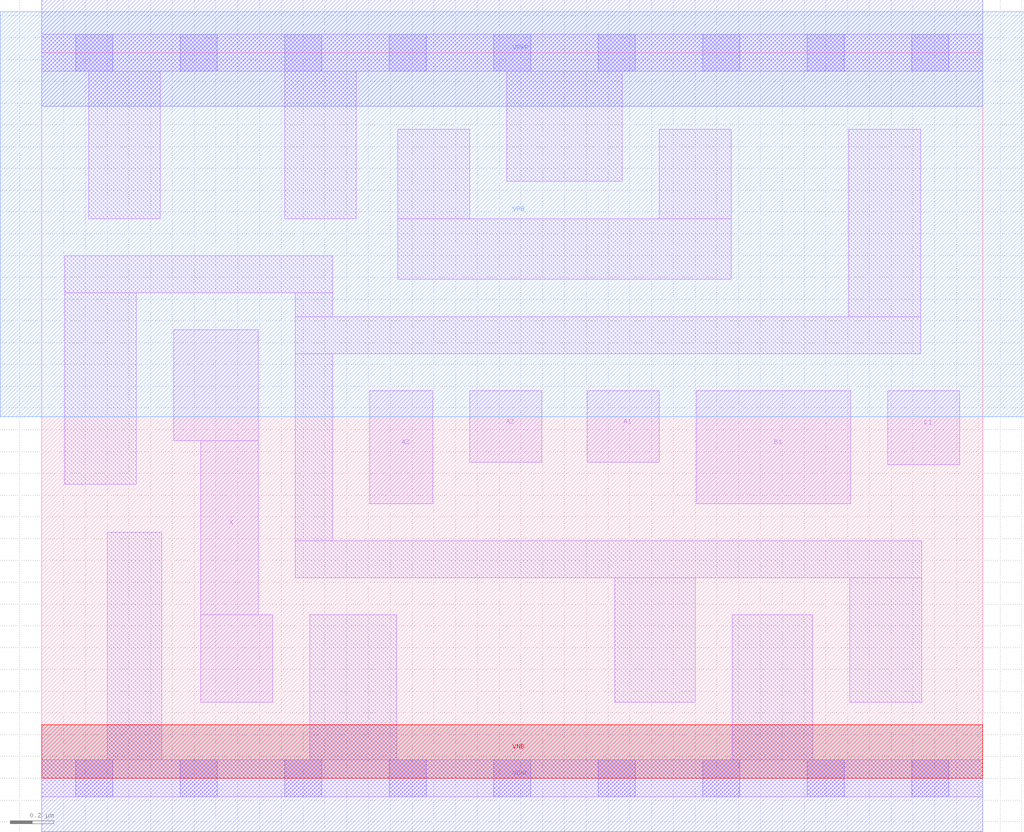
<source format=lef>
# Copyright 2020 The SkyWater PDK Authors
#
# Licensed under the Apache License, Version 2.0 (the "License");
# you may not use this file except in compliance with the License.
# You may obtain a copy of the License at
#
#     https://www.apache.org/licenses/LICENSE-2.0
#
# Unless required by applicable law or agreed to in writing, software
# distributed under the License is distributed on an "AS IS" BASIS,
# WITHOUT WARRANTIES OR CONDITIONS OF ANY KIND, either express or implied.
# See the License for the specific language governing permissions and
# limitations under the License.
#
# SPDX-License-Identifier: Apache-2.0

VERSION 5.7 ;
  NOWIREEXTENSIONATPIN ON ;
  DIVIDERCHAR "/" ;
  BUSBITCHARS "[]" ;
MACRO sky130_fd_sc_ls__a311o_2
  CLASS CORE ;
  FOREIGN sky130_fd_sc_ls__a311o_2 ;
  ORIGIN  0.000000  0.000000 ;
  SIZE  4.320000 BY  3.330000 ;
  SYMMETRY X Y ;
  SITE unit ;
  PIN A1
    ANTENNAGATEAREA  0.261000 ;
    DIRECTION INPUT ;
    USE SIGNAL ;
    PORT
      LAYER li1 ;
        RECT 2.505000 1.450000 2.835000 1.780000 ;
    END
  END A1
  PIN A2
    ANTENNAGATEAREA  0.261000 ;
    DIRECTION INPUT ;
    USE SIGNAL ;
    PORT
      LAYER li1 ;
        RECT 1.965000 1.450000 2.295000 1.780000 ;
    END
  END A2
  PIN A3
    ANTENNAGATEAREA  0.261000 ;
    DIRECTION INPUT ;
    USE SIGNAL ;
    PORT
      LAYER li1 ;
        RECT 1.505000 1.260000 1.795000 1.780000 ;
    END
  END A3
  PIN B1
    ANTENNAGATEAREA  0.261000 ;
    DIRECTION INPUT ;
    USE SIGNAL ;
    PORT
      LAYER li1 ;
        RECT 3.005000 1.260000 3.715000 1.780000 ;
    END
  END B1
  PIN C1
    ANTENNAGATEAREA  0.261000 ;
    DIRECTION INPUT ;
    USE SIGNAL ;
    PORT
      LAYER li1 ;
        RECT 3.885000 1.440000 4.215000 1.780000 ;
    END
  END C1
  PIN X
    ANTENNADIFFAREA  0.543200 ;
    DIRECTION OUTPUT ;
    USE SIGNAL ;
    PORT
      LAYER li1 ;
        RECT 0.605000 1.550000 0.995000 2.060000 ;
        RECT 0.730000 0.350000 1.060000 0.750000 ;
        RECT 0.730000 0.750000 0.995000 1.550000 ;
    END
  END X
  PIN VGND
    DIRECTION INOUT ;
    SHAPE ABUTMENT ;
    USE GROUND ;
    PORT
      LAYER met1 ;
        RECT 0.000000 -0.245000 4.320000 0.245000 ;
    END
  END VGND
  PIN VNB
    DIRECTION INOUT ;
    USE GROUND ;
    PORT
      LAYER pwell ;
        RECT 0.000000 0.000000 4.320000 0.245000 ;
    END
  END VNB
  PIN VPB
    DIRECTION INOUT ;
    USE POWER ;
    PORT
      LAYER nwell ;
        RECT -0.190000 1.660000 4.510000 3.520000 ;
    END
  END VPB
  PIN VPWR
    DIRECTION INOUT ;
    SHAPE ABUTMENT ;
    USE POWER ;
    PORT
      LAYER met1 ;
        RECT 0.000000 3.085000 4.320000 3.575000 ;
    END
  END VPWR
  OBS
    LAYER li1 ;
      RECT 0.000000 -0.085000 4.320000 0.085000 ;
      RECT 0.000000  3.245000 4.320000 3.415000 ;
      RECT 0.105000  1.350000 0.435000 2.230000 ;
      RECT 0.105000  2.230000 1.335000 2.400000 ;
      RECT 0.215000  2.570000 0.545000 3.245000 ;
      RECT 0.300000  0.085000 0.550000 1.130000 ;
      RECT 1.115000  2.570000 1.445000 3.245000 ;
      RECT 1.165000  0.920000 4.040000 1.090000 ;
      RECT 1.165000  1.090000 1.335000 1.950000 ;
      RECT 1.165000  1.950000 4.035000 2.120000 ;
      RECT 1.165000  2.120000 1.335000 2.230000 ;
      RECT 1.230000  0.085000 1.630000 0.750000 ;
      RECT 1.635000  2.290000 3.165000 2.570000 ;
      RECT 1.635000  2.570000 1.965000 2.980000 ;
      RECT 2.135000  2.740000 2.665000 3.245000 ;
      RECT 2.630000  0.350000 3.000000 0.920000 ;
      RECT 2.835000  2.570000 3.165000 2.980000 ;
      RECT 3.170000  0.085000 3.540000 0.750000 ;
      RECT 3.705000  2.120000 4.035000 2.980000 ;
      RECT 3.710000  0.350000 4.040000 0.920000 ;
    LAYER mcon ;
      RECT 0.155000 -0.085000 0.325000 0.085000 ;
      RECT 0.155000  3.245000 0.325000 3.415000 ;
      RECT 0.635000 -0.085000 0.805000 0.085000 ;
      RECT 0.635000  3.245000 0.805000 3.415000 ;
      RECT 1.115000 -0.085000 1.285000 0.085000 ;
      RECT 1.115000  3.245000 1.285000 3.415000 ;
      RECT 1.595000 -0.085000 1.765000 0.085000 ;
      RECT 1.595000  3.245000 1.765000 3.415000 ;
      RECT 2.075000 -0.085000 2.245000 0.085000 ;
      RECT 2.075000  3.245000 2.245000 3.415000 ;
      RECT 2.555000 -0.085000 2.725000 0.085000 ;
      RECT 2.555000  3.245000 2.725000 3.415000 ;
      RECT 3.035000 -0.085000 3.205000 0.085000 ;
      RECT 3.035000  3.245000 3.205000 3.415000 ;
      RECT 3.515000 -0.085000 3.685000 0.085000 ;
      RECT 3.515000  3.245000 3.685000 3.415000 ;
      RECT 3.995000 -0.085000 4.165000 0.085000 ;
      RECT 3.995000  3.245000 4.165000 3.415000 ;
  END
END sky130_fd_sc_ls__a311o_2
END LIBRARY

</source>
